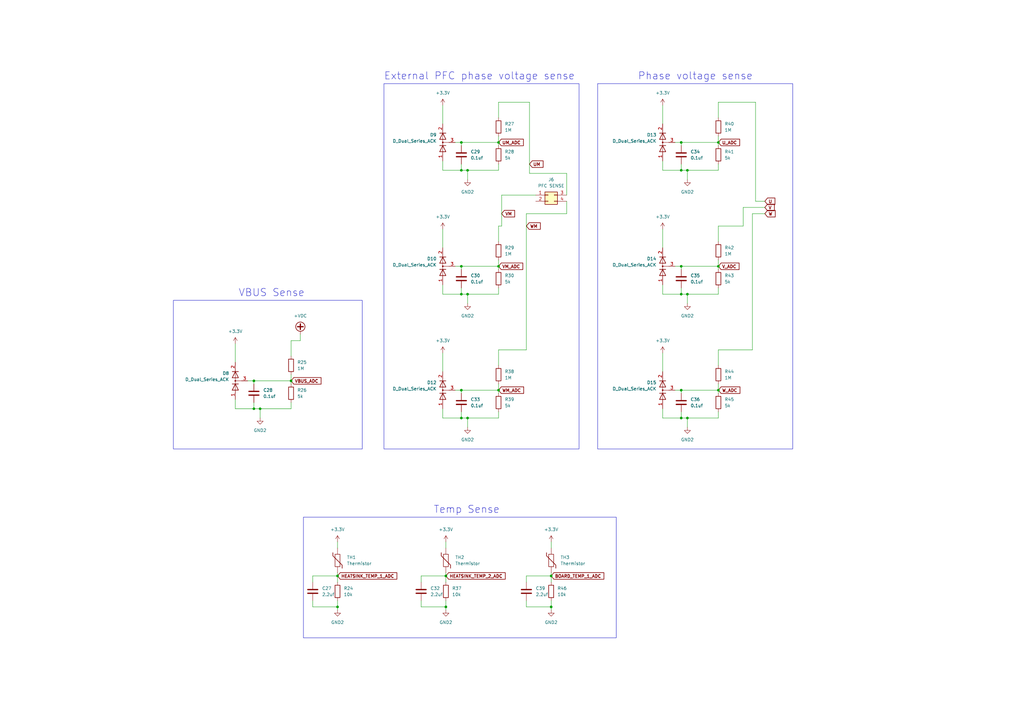
<source format=kicad_sch>
(kicad_sch (version 20231120) (generator "eeschema") (generator_version "8.0")
  (paper "A3")
  (lib_symbols
    (symbol "Connector_Generic:Conn_02x02_Top_Bottom" (pin_names (offset 1.016) hide)
      (property "Reference" "J" (at 1.27 2.54 0))
      (property "Value" "Conn_02x02_Top_Bottom" (at 1.27 -5.08 0))
      (symbol "Conn_02x02_Top_Bottom_1_1"
        (rectangle (start -1.27 -2.413) (end 0 -2.667) (stroke (width 0.1524)))
        (rectangle (start -1.27 0.127) (end 0 -0.127) (stroke (width 0.1524)))
        (rectangle (start -1.27 1.27) (end 3.81 -3.81) (stroke (width 0.254)) (fill (type background)))
        (rectangle (start 3.81 -2.413) (end 2.54 -2.667) (stroke (width 0.1524)))
        (rectangle (start 3.81 0.127) (end 2.54 -0.127) (stroke (width 0.1524)))
        (pin passive line (at -5.08 0 0) (length 3.81) (name "Pin_1") (number "1"))
        (pin passive line (at -5.08 -2.54 0) (length 3.81) (name "Pin_2") (number "2"))
        (pin passive line (at 7.62 0 180) (length 3.81) (name "Pin_3") (number "3"))
        (pin passive line (at 7.62 -2.54 180) (length 3.81) (name "Pin_4") (number "4"))
      )
    )
    (symbol "Device:C" (pin_numbers hide) (pin_names (offset 0.254))
      (property "Reference" "C" (at 0.635 2.54 0))
      (property "Value" "C" (at 0.635 -2.54 0))
      (symbol "C_0_1"
        (polyline (pts (xy -2.032 -0.762) (xy 2.032 -0.762)) (stroke (width 0.508)))
        (polyline (pts (xy -2.032 0.762) (xy 2.032 0.762)) (stroke (width 0.508)))
      )
      (symbol "C_1_1"
        (pin passive line (at 0 3.81 270) (length 2.794) (name "~") (number "1"))
        (pin passive line (at 0 -3.81 90) (length 2.794) (name "~") (number "2"))
      )
    )
    (symbol "Device:D_Dual_Series_AKC" (pin_names (offset 0.762) hide)
      (property "Reference" "D" (at 1.27 -2.54 0))
      (property "Value" "D_Dual_Series_AKC" (at 0 2.54 0))
      (symbol "D_Dual_Series_AKC_0_1"
        (polyline (pts (xy -3.81 0) (xy 3.81 0)))
        (polyline (pts (xy 0 0) (xy 0 -2.54)))
        (polyline (pts (xy 6.35 0) (xy 7.62 0)))
        (polyline (pts (xy -1.27 -1.27) (xy -1.27 1.27) (xy -1.27 1.27)) (stroke (width 0.254)))
        (polyline (pts (xy 3.81 1.27) (xy 3.81 -1.27) (xy 3.81 -1.27)) (stroke (width 0.254)))
        (polyline (pts (xy -3.81 1.27) (xy -1.27 0) (xy -3.81 -1.27) (xy -3.81 1.27) (xy -3.81 1.27) (xy -3.81 1.27)) (stroke (width 0.254)))
        (polyline (pts (xy 1.27 1.27) (xy 3.81 0) (xy 1.27 -1.27) (xy 1.27 1.27) (xy 1.27 1.27) (xy 1.27 1.27)) (stroke (width 0.254)))
        (circle (center 0 0) (radius 0.254) (fill (type outline)))
        (pin passive line (at -7.62 0 0) (length 3.81) (name "A") (number "1"))
        (pin passive line (at 7.62 0 180) (length 3.81) (name "K") (number "2"))
        (pin passive line (at 0 -5.08 90) (length 2.54) (name "common") (number "3"))
      )
    )
    (symbol "Device:R" (pin_numbers hide) (pin_names (offset 0))
      (property "Reference" "R" (at 2.032 0 90))
      (property "Value" "R" (at 0 0 90))
      (symbol "R_0_1"
        (rectangle (start -1.016 -2.54) (end 1.016 2.54) (stroke (width 0.254)))
      )
      (symbol "R_1_1"
        (pin passive line (at 0 3.81 270) (length 1.27) (name "~") (number "1"))
        (pin passive line (at 0 -3.81 90) (length 1.27) (name "~") (number "2"))
      )
    )
    (symbol "Device:Thermistor" (pin_numbers hide) (pin_names (offset 0))
      (property "Reference" "TH" (at 2.54 1.27 90))
      (property "Value" "Thermistor" (at -2.54 0 90))
      (symbol "Thermistor_0_1"
        (rectangle (start -1.016 2.54) (end 1.016 -2.54) (stroke (width 0.2032)))
        (polyline (pts (xy -1.905 3.175) (xy -1.905 1.905) (xy 1.905 -1.905) (xy 1.905 -3.175) (xy 1.905 -3.175)) (stroke (width 0.254)))
      )
      (symbol "Thermistor_1_1"
        (pin passive line (at 0 5.08 270) (length 2.54) (name "~") (number "1"))
        (pin passive line (at 0 -5.08 90) (length 2.54) (name "~") (number "2"))
      )
    )
    (symbol "power:+3.3V" (power) (pin_names (offset 0))
      (property "Value" "+3.3V" (at 0 3.556 0))
      (symbol "+3.3V_0_1"
        (polyline (pts (xy -0.762 1.27) (xy 0 2.54)))
        (polyline (pts (xy 0 0) (xy 0 2.54)))
        (polyline (pts (xy 0 2.54) (xy 0.762 1.27)))
      )
      (symbol "+3.3V_1_1"
        (pin power_in line (at 0 0 90) (length 0) hide (name "+3.3V") (number "1"))
      )
    )
    (symbol "power:+VDC" (power) (pin_names (offset 0))
      (property "Value" "+VDC" (at 0 6.35 0))
      (symbol "+VDC_0_1"
        (polyline (pts (xy -1.143 3.175) (xy 1.143 3.175)) (stroke (width 0.508)))
        (polyline (pts (xy 0 0) (xy 0 1.27)))
        (polyline (pts (xy 0 2.032) (xy 0 4.318)) (stroke (width 0.508)))
        (circle (center 0 3.175) (radius 1.905) (stroke (width 0.254)))
      )
      (symbol "+VDC_1_1"
        (pin power_in line (at 0 0 90) (length 0) hide (name "+VDC") (number "1"))
      )
    )
    (symbol "power:GND2" (power) (pin_names (offset 0))
      (property "Value" "GND2" (at 0 -3.81 0))
      (symbol "GND2_0_1"
        (polyline (pts (xy 0 0) (xy 0 -1.27) (xy 1.27 -1.27) (xy 0 -2.54) (xy -1.27 -1.27) (xy 0 -1.27)))
      )
      (symbol "GND2_1_1"
        (pin power_in line (at 0 0 270) (length 0) hide (name "GND2") (number "1"))
      )
    )
  )
  (junction (at 279.4 160.02))
  (junction (at 204.47 109.22))
  (junction (at 189.23 109.22))
  (junction (at 279.4 171.45))
  (junction (at 294.64 58.42))
  (junction (at 279.4 58.42))
  (junction (at 104.14 156.21))
  (junction (at 182.88 248.92))
  (junction (at 294.64 160.02))
  (junction (at 279.4 120.65))
  (junction (at 182.88 236.22))
  (junction (at 204.47 58.42))
  (junction (at 294.64 109.22))
  (junction (at 204.47 160.02))
  (junction (at 189.23 171.45))
  (junction (at 189.23 69.85))
  (junction (at 281.94 171.45))
  (junction (at 104.14 167.64))
  (junction (at 189.23 58.42))
  (junction (at 189.23 160.02))
  (junction (at 226.06 248.92))
  (junction (at 189.23 120.65))
  (junction (at 119.38 156.21))
  (junction (at 281.94 69.85))
  (junction (at 191.77 171.45))
  (junction (at 106.68 167.64))
  (junction (at 279.4 69.85))
  (junction (at 226.06 236.22))
  (junction (at 191.77 120.65))
  (junction (at 138.43 236.22))
  (junction (at 281.94 120.65))
  (junction (at 191.77 69.85))
  (junction (at 138.43 248.92))
  (junction (at 279.4 109.22))
  (wire (pts (xy 104.14 167.64) (xy 106.68 167.64)))
  (wire (pts (xy 204.47 161.29) (xy 204.47 160.02)))
  (wire (pts (xy 138.43 248.92) (xy 138.43 250.19)))
  (wire (pts (xy 128.27 246.38) (xy 128.27 248.92)))
  (wire (pts (xy 204.47 106.68) (xy 204.47 109.22)))
  (wire (pts (xy 294.64 118.11) (xy 294.64 120.65)))
  (wire (pts (xy 217.17 41.91) (xy 217.17 71.12)))
  (wire (pts (xy 215.9 248.92) (xy 226.06 248.92)))
  (wire (pts (xy 189.23 58.42) (xy 189.23 59.69)))
  (wire (pts (xy 279.4 168.91) (xy 279.4 171.45)))
  (wire (pts (xy 119.38 167.64) (xy 106.68 167.64)))
  (wire (pts (xy 204.47 55.88) (xy 204.47 58.42)))
  (wire (pts (xy 182.88 234.95) (xy 182.88 236.22)))
  (wire (pts (xy 204.47 59.69) (xy 204.47 58.42)))
  (wire (pts (xy 104.14 165.1) (xy 104.14 167.64)))
  (wire (pts (xy 204.47 41.91) (xy 217.17 41.91)))
  (wire (pts (xy 279.4 160.02) (xy 276.86 160.02)))
  (wire (pts (xy 294.64 120.65) (xy 281.94 120.65)))
  (wire (pts (xy 138.43 234.95) (xy 138.43 236.22)))
  (wire (pts (xy 204.47 67.31) (xy 204.47 69.85)))
  (wire (pts (xy 204.47 160.02) (xy 189.23 160.02)))
  (wire (pts (xy 172.72 246.38) (xy 172.72 248.92)))
  (wire (pts (xy 204.47 143.51) (xy 215.9 143.51)))
  (wire (pts (xy 182.88 238.76) (xy 182.88 236.22)))
  (wire (pts (xy 226.06 238.76) (xy 226.06 236.22)))
  (wire (pts (xy 309.88 41.91) (xy 309.88 82.55)))
  (wire (pts (xy 181.61 66.04) (xy 181.61 69.85)))
  (wire (pts (xy 181.61 171.45) (xy 189.23 171.45)))
  (wire (pts (xy 189.23 109.22) (xy 186.69 109.22)))
  (wire (pts (xy 232.41 87.63) (xy 232.41 82.55)))
  (wire (pts (xy 181.61 167.64) (xy 181.61 171.45)))
  (wire (pts (xy 294.64 110.49) (xy 294.64 109.22)))
  (wire (pts (xy 204.47 168.91) (xy 204.47 171.45)))
  (wire (pts (xy 96.52 167.64) (xy 104.14 167.64)))
  (wire (pts (xy 271.78 43.18) (xy 271.78 50.8)))
  (wire (pts (xy 189.23 58.42) (xy 186.69 58.42)))
  (wire (pts (xy 294.64 109.22) (xy 279.4 109.22)))
  (wire (pts (xy 294.64 157.48) (xy 294.64 160.02)))
  (wire (pts (xy 123.19 139.7) (xy 123.19 137.16)))
  (wire (pts (xy 232.41 71.12) (xy 217.17 71.12)))
  (wire (pts (xy 104.14 156.21) (xy 104.14 157.48)))
  (wire (pts (xy 294.64 161.29) (xy 294.64 160.02)))
  (wire (pts (xy 138.43 238.76) (xy 138.43 236.22)))
  (wire (pts (xy 294.64 149.86) (xy 294.64 143.51)))
  (wire (pts (xy 226.06 234.95) (xy 226.06 236.22)))
  (wire (pts (xy 96.52 163.83) (xy 96.52 167.64)))
  (wire (pts (xy 308.61 87.63) (xy 308.61 143.51)))
  (wire (pts (xy 279.4 69.85) (xy 281.94 69.85)))
  (wire (pts (xy 226.06 248.92) (xy 226.06 250.19)))
  (wire (pts (xy 189.23 109.22) (xy 189.23 110.49)))
  (wire (pts (xy 294.64 168.91) (xy 294.64 171.45)))
  (wire (pts (xy 104.14 156.21) (xy 101.6 156.21)))
  (wire (pts (xy 309.88 82.55) (xy 313.69 82.55)))
  (wire (pts (xy 215.9 246.38) (xy 215.9 248.92)))
  (wire (pts (xy 181.61 69.85) (xy 189.23 69.85)))
  (wire (pts (xy 189.23 160.02) (xy 186.69 160.02)))
  (wire (pts (xy 294.64 55.88) (xy 294.64 58.42)))
  (wire (pts (xy 271.78 167.64) (xy 271.78 171.45)))
  (wire (pts (xy 281.94 120.65) (xy 281.94 124.46)))
  (wire (pts (xy 279.4 118.11) (xy 279.4 120.65)))
  (wire (pts (xy 204.47 69.85) (xy 191.77 69.85)))
  (wire (pts (xy 279.4 171.45) (xy 281.94 171.45)))
  (wire (pts (xy 226.06 246.38) (xy 226.06 248.92)))
  (wire (pts (xy 279.4 160.02) (xy 279.4 161.29)))
  (wire (pts (xy 181.61 116.84) (xy 181.61 120.65)))
  (wire (pts (xy 204.47 120.65) (xy 191.77 120.65)))
  (wire (pts (xy 128.27 248.92) (xy 138.43 248.92)))
  (wire (pts (xy 172.72 248.92) (xy 182.88 248.92)))
  (wire (pts (xy 294.64 41.91) (xy 309.88 41.91)))
  (wire (pts (xy 182.88 222.25) (xy 182.88 224.79)))
  (wire (pts (xy 205.74 80.01) (xy 205.74 92.71)))
  (wire (pts (xy 232.41 80.01) (xy 232.41 71.12)))
  (wire (pts (xy 189.23 168.91) (xy 189.23 171.45)))
  (wire (pts (xy 204.47 149.86) (xy 204.47 143.51)))
  (wire (pts (xy 204.47 118.11) (xy 204.47 120.65)))
  (wire (pts (xy 281.94 171.45) (xy 281.94 175.26)))
  (wire (pts (xy 294.64 69.85) (xy 281.94 69.85)))
  (wire (pts (xy 138.43 236.22) (xy 128.27 236.22)))
  (wire (pts (xy 294.64 99.06) (xy 294.64 92.71)))
  (wire (pts (xy 279.4 109.22) (xy 276.86 109.22)))
  (wire (pts (xy 189.23 160.02) (xy 189.23 161.29)))
  (wire (pts (xy 271.78 93.98) (xy 271.78 101.6)))
  (wire (pts (xy 279.4 58.42) (xy 279.4 59.69)))
  (wire (pts (xy 172.72 236.22) (xy 172.72 238.76)))
  (wire (pts (xy 294.64 92.71) (xy 304.8 92.71)))
  (wire (pts (xy 181.61 93.98) (xy 181.61 101.6)))
  (wire (pts (xy 281.94 69.85) (xy 281.94 73.66)))
  (wire (pts (xy 204.47 99.06) (xy 204.47 92.71)))
  (wire (pts (xy 271.78 120.65) (xy 279.4 120.65)))
  (wire (pts (xy 271.78 66.04) (xy 271.78 69.85)))
  (wire (pts (xy 96.52 140.97) (xy 96.52 148.59)))
  (wire (pts (xy 304.8 92.71) (xy 304.8 85.09)))
  (wire (pts (xy 204.47 48.26) (xy 204.47 41.91)))
  (wire (pts (xy 304.8 85.09) (xy 313.69 85.09)))
  (wire (pts (xy 204.47 92.71) (xy 205.74 92.71)))
  (wire (pts (xy 215.9 87.63) (xy 232.41 87.63)))
  (wire (pts (xy 181.61 120.65) (xy 189.23 120.65)))
  (wire (pts (xy 313.69 87.63) (xy 308.61 87.63)))
  (wire (pts (xy 119.38 153.67) (xy 119.38 156.21)))
  (wire (pts (xy 182.88 248.92) (xy 182.88 250.19)))
  (wire (pts (xy 294.64 143.51) (xy 308.61 143.51)))
  (wire (pts (xy 189.23 120.65) (xy 191.77 120.65)))
  (wire (pts (xy 279.4 120.65) (xy 281.94 120.65)))
  (wire (pts (xy 271.78 116.84) (xy 271.78 120.65)))
  (wire (pts (xy 181.61 144.78) (xy 181.61 152.4)))
  (wire (pts (xy 119.38 157.48) (xy 119.38 156.21)))
  (wire (pts (xy 189.23 69.85) (xy 191.77 69.85)))
  (wire (pts (xy 182.88 246.38) (xy 182.88 248.92)))
  (wire (pts (xy 219.71 80.01) (xy 205.74 80.01)))
  (wire (pts (xy 138.43 222.25) (xy 138.43 224.79)))
  (wire (pts (xy 106.68 167.64) (xy 106.68 171.45)))
  (wire (pts (xy 204.47 109.22) (xy 189.23 109.22)))
  (wire (pts (xy 215.9 236.22) (xy 215.9 238.76)))
  (wire (pts (xy 119.38 139.7) (xy 123.19 139.7)))
  (wire (pts (xy 215.9 87.63) (xy 215.9 143.51)))
  (wire (pts (xy 226.06 222.25) (xy 226.06 224.79)))
  (wire (pts (xy 294.64 58.42) (xy 279.4 58.42)))
  (wire (pts (xy 204.47 171.45) (xy 191.77 171.45)))
  (wire (pts (xy 181.61 43.18) (xy 181.61 50.8)))
  (wire (pts (xy 294.64 160.02) (xy 279.4 160.02)))
  (wire (pts (xy 189.23 67.31) (xy 189.23 69.85)))
  (wire (pts (xy 204.47 58.42) (xy 189.23 58.42)))
  (wire (pts (xy 119.38 146.05) (xy 119.38 139.7)))
  (wire (pts (xy 294.64 59.69) (xy 294.64 58.42)))
  (wire (pts (xy 119.38 156.21) (xy 104.14 156.21)))
  (wire (pts (xy 279.4 58.42) (xy 276.86 58.42)))
  (wire (pts (xy 191.77 69.85) (xy 191.77 73.66)))
  (wire (pts (xy 279.4 67.31) (xy 279.4 69.85)))
  (wire (pts (xy 191.77 171.45) (xy 191.77 175.26)))
  (wire (pts (xy 294.64 48.26) (xy 294.64 41.91)))
  (wire (pts (xy 138.43 246.38) (xy 138.43 248.92)))
  (wire (pts (xy 204.47 110.49) (xy 204.47 109.22)))
  (wire (pts (xy 189.23 118.11) (xy 189.23 120.65)))
  (wire (pts (xy 204.47 157.48) (xy 204.47 160.02)))
  (wire (pts (xy 294.64 67.31) (xy 294.64 69.85)))
  (wire (pts (xy 271.78 69.85) (xy 279.4 69.85)))
  (wire (pts (xy 128.27 236.22) (xy 128.27 238.76)))
  (wire (pts (xy 294.64 171.45) (xy 281.94 171.45)))
  (wire (pts (xy 119.38 165.1) (xy 119.38 167.64)))
  (wire (pts (xy 191.77 120.65) (xy 191.77 124.46)))
  (wire (pts (xy 271.78 144.78) (xy 271.78 152.4)))
  (wire (pts (xy 271.78 171.45) (xy 279.4 171.45)))
  (wire (pts (xy 294.64 106.68) (xy 294.64 109.22)))
  (wire (pts (xy 189.23 171.45) (xy 191.77 171.45)))
  (wire (pts (xy 182.88 236.22) (xy 172.72 236.22)))
  (wire (pts (xy 279.4 109.22) (xy 279.4 110.49)))
  (wire (pts (xy 226.06 236.22) (xy 215.9 236.22)))
  (rectangle (start 71.12 123.19) (end 148.59 184.15))
  (rectangle (start 124.46 212.09) (end 252.73 261.62))
  (rectangle (start 157.48 34.29) (end 237.49 184.15))
  (rectangle (start 245.11 34.29) (end 325.12 184.15))
  (text "VBUS Sense" (at 97.79 121.92 0) (effects (font (size 3 3)) (justify left bottom)))
  (text "External PFC phase voltage sense" (at 157.48 33.02 0) (effects (font (size 3 3)) (justify left bottom)))
  (text "Phase voltage sense" (at 261.62 33.02 0) (effects (font (size 3 3)) (justify left bottom)))
  (text "Temp Sense" (at 177.8 210.82 0) (effects (font (size 3 3)) (justify left bottom)))
  (global_label "U_ADC" (shape input) (at 294.64 58.42 0) (effects (font (bold yes))) (property "Intersheetrefs" "${INTERSHEET_REFS}" (effects (hide yes))))
  (global_label "HEATSINK_TEMP_1_ADC" (shape input) (at 138.43 236.22 0) (effects (font (bold yes))) (property "Intersheetrefs" "${INTERSHEET_REFS}" (effects (hide yes))))
  (global_label "UM_ADC" (shape input) (at 204.47 58.42 0) (effects (font (bold yes))) (property "Intersheetrefs" "${INTERSHEET_REFS}" (effects (hide yes))))
  (global_label "HEATSINK_TEMP_2_ADC" (shape input) (at 182.88 236.22 0) (effects (font (bold yes))) (property "Intersheetrefs" "${INTERSHEET_REFS}" (effects (hide yes))))
  (global_label "V" (shape input) (at 313.69 85.09 0) (effects (font (bold yes))) (property "Intersheetrefs" "${INTERSHEET_REFS}" (effects (hide yes))))
  (global_label "WM" (shape input) (at 215.9 92.71 0) (effects (font (bold yes))) (property "Intersheetrefs" "${INTERSHEET_REFS}" (effects (hide yes))))
  (global_label "UM" (shape input) (at 217.17 67.31 0) (effects (font (bold yes))) (property "Intersheetrefs" "${INTERSHEET_REFS}" (effects (hide yes))))
  (global_label "W_ADC" (shape input) (at 294.64 160.02 0) (effects (font (bold yes))) (property "Intersheetrefs" "${INTERSHEET_REFS}" (effects (hide yes))))
  (global_label "VM_ADC" (shape input) (at 204.47 109.22 0) (effects (font (bold yes))) (property "Intersheetrefs" "${INTERSHEET_REFS}" (effects (hide yes))))
  (global_label "VM" (shape input) (at 205.74 87.63 0) (effects (font (bold yes))) (property "Intersheetrefs" "${INTERSHEET_REFS}" (effects (hide yes))))
  (global_label "WM_ADC" (shape input) (at 204.47 160.02 0) (effects (font (bold yes))) (property "Intersheetrefs" "${INTERSHEET_REFS}" (effects (hide yes))))
  (global_label "BOARD_TEMP_1_ADC" (shape input) (at 226.06 236.22 0) (effects (font (bold yes))) (property "Intersheetrefs" "${INTERSHEET_REFS}" (effects (hide yes))))
  (global_label "VBUS_ADC" (shape input) (at 119.38 156.21 0) (effects (font (bold yes))) (property "Intersheetrefs" "${INTERSHEET_REFS}" (effects (hide yes))))
  (global_label "W" (shape input) (at 313.69 87.63 0) (effects (font (bold yes))) (property "Intersheetrefs" "${INTERSHEET_REFS}" (effects (hide yes))))
  (global_label "U" (shape input) (at 313.69 82.55 0) (effects (font (bold yes))) (property "Intersheetrefs" "${INTERSHEET_REFS}" (effects (hide yes))))
  (global_label "V_ADC" (shape input) (at 294.64 109.22 0) (effects (font (bold yes))) (property "Intersheetrefs" "${INTERSHEET_REFS}" (effects (hide yes))))
  (symbol (lib_id "Device:C") (at 279.4 165.1 0) (unit 1)
    (property "Reference" "C36" (at 283.21 163.8299 0) (effects (justify left)))
    (property "Value" "0.1uf" (at 283.21 166.3699 0) (effects (justify left)))
    (property "Footprint" "Capacitor_SMD:C_0603_1608Metric" (effects (hide yes)))
  )
  (symbol (lib_id "Device:C") (at 128.27 242.57 0) (unit 1)
    (property "Reference" "C27" (at 132.08 241.2999 0) (effects (justify left)))
    (property "Value" "2.2uf" (at 132.08 243.8399 0) (effects (justify left)))
    (property "Footprint" "Capacitor_SMD:C_0603_1608Metric" (effects (hide yes)))
  )
  (symbol (lib_id "power:+3.3V") (at 181.61 93.98 0) (unit 1)
    (property "Reference" "#PWR056" (effects (hide yes)))
    (property "Value" "+3.3V" (at 181.61 88.9 0))
  )
  (symbol (lib_id "Device:R") (at 138.43 242.57 0) (unit 1)
    (property "Reference" "R24" (at 140.97 241.2999 0) (effects (justify left)))
    (property "Value" "10k" (at 140.97 243.8399 0) (effects (justify left)))
    (property "Footprint" "Resistor_SMD:R_0603_1608Metric" (effects (hide yes)))
  )
  (symbol (lib_id "power:GND2") (at 191.77 175.26 0) (unit 1)
    (property "Reference" "#PWR064" (effects (hide yes)))
    (property "Value" "GND2" (at 191.77 180.34 0))
  )
  (symbol (lib_id "Device:D_Dual_Series_AKC") (at 181.61 58.42 90) (unit 1)
    (property "Reference" "D9" (at 179.07 55.3084 90) (effects (justify left)))
    (property "Value" "D_Dual_Series_ACK" (at 179.07 57.8484 90) (effects (justify left)))
    (property "Footprint" "Package_TO_SOT_SMD:SOT-23" (effects (hide yes)))
  )
  (symbol (lib_id "Device:R") (at 204.47 114.3 0) (unit 1)
    (property "Reference" "R30" (at 207.01 113.0299 0) (effects (justify left)))
    (property "Value" "5k" (at 207.01 115.5699 0) (effects (justify left)))
    (property "Footprint" "Resistor_SMD:R_0603_1608Metric" (effects (hide yes)))
  )
  (symbol (lib_id "Connector_Generic:Conn_02x02_Top_Bottom") (at 224.79 80.01 0) (unit 1)
    (property "Reference" "J6" (at 226.06 73.66 0))
    (property "Value" "PFC SENSE" (at 226.06 76.2 0))
    (property "Footprint" "Connector_Molex:Molex_Mini-Fit_Jr_5569-04A2_2x02_P4.20mm_Horizontal" (effects (hide yes)))
  )
  (symbol (lib_id "power:GND2") (at 281.94 73.66 0) (unit 1)
    (property "Reference" "#PWR068" (effects (hide yes)))
    (property "Value" "GND2" (at 281.94 78.74 0))
  )
  (symbol (lib_id "Device:Thermistor") (at 226.06 229.87 0) (unit 1)
    (property "Reference" "TH3" (at 229.87 228.5999 0) (effects (justify left)))
    (property "Value" "Thermistor" (at 229.87 231.1399 0) (effects (justify left)))
    (property "Footprint" "Resistor_SMD:R_0603_1608Metric" (effects (hide yes)))
  )
  (symbol (lib_id "Device:D_Dual_Series_AKC") (at 271.78 160.02 90) (unit 1)
    (property "Reference" "D15" (at 269.24 156.9084 90) (effects (justify left)))
    (property "Value" "D_Dual_Series_ACK" (at 269.24 159.4484 90) (effects (justify left)))
    (property "Footprint" "Package_TO_SOT_SMD:SOT-23" (effects (hide yes)))
  )
  (symbol (lib_id "power:GND2") (at 182.88 250.19 0) (unit 1)
    (property "Reference" "#PWR061" (effects (hide yes)))
    (property "Value" "GND2" (at 182.88 255.27 0))
  )
  (symbol (lib_id "power:+3.3V") (at 271.78 43.18 0) (unit 1)
    (property "Reference" "#PWR065" (effects (hide yes)))
    (property "Value" "+3.3V" (at 271.78 38.1 0))
  )
  (symbol (lib_id "Device:C") (at 189.23 63.5 0) (unit 1)
    (property "Reference" "C29" (at 193.04 62.2299 0) (effects (justify left)))
    (property "Value" "0.1uf" (at 193.04 64.7699 0) (effects (justify left)))
    (property "Footprint" "Capacitor_SMD:C_0603_1608Metric" (effects (hide yes)))
  )
  (symbol (lib_id "power:+VDC") (at 123.19 137.16 0) (unit 1)
    (property "Reference" "#PWR051" (effects (hide yes)))
    (property "Value" "+VDC" (at 123.19 129.54 0))
  )
  (symbol (lib_id "Device:D_Dual_Series_AKC") (at 181.61 109.22 90) (unit 1)
    (property "Reference" "D10" (at 179.07 106.1084 90) (effects (justify left)))
    (property "Value" "D_Dual_Series_ACK" (at 179.07 108.6484 90) (effects (justify left)))
    (property "Footprint" "Package_TO_SOT_SMD:SOT-23" (effects (hide yes)))
  )
  (symbol (lib_id "Device:Thermistor") (at 138.43 229.87 0) (unit 1)
    (property "Reference" "TH1" (at 142.24 228.5999 0) (effects (justify left)))
    (property "Value" "Thermistor" (at 142.24 231.1399 0) (effects (justify left)))
    (property "Footprint" "Connector_PinHeader_2.54mm:PinHeader_1x02_P2.54mm_Vertical" (effects (hide yes)))
  )
  (symbol (lib_id "Device:R") (at 294.64 153.67 0) (unit 1)
    (property "Reference" "R44" (at 297.18 152.3999 0) (effects (justify left)))
    (property "Value" "1M" (at 297.18 154.9399 0) (effects (justify left)))
    (property "Footprint" "Resistor_THT:R_Axial_DIN0309_L9.0mm_D3.2mm_P12.70mm_Horizontal" (effects (hide yes)))
  )
  (symbol (lib_id "Device:R") (at 204.47 63.5 0) (unit 1)
    (property "Reference" "R28" (at 207.01 62.2299 0) (effects (justify left)))
    (property "Value" "5k" (at 207.01 64.7699 0) (effects (justify left)))
    (property "Footprint" "Resistor_SMD:R_0603_1608Metric" (effects (hide yes)))
  )
  (symbol (lib_id "power:GND2") (at 191.77 73.66 0) (unit 1)
    (property "Reference" "#PWR062" (effects (hide yes)))
    (property "Value" "GND2" (at 191.77 78.74 0))
  )
  (symbol (lib_id "Device:C") (at 279.4 114.3 0) (unit 1)
    (property "Reference" "C35" (at 283.21 113.0299 0) (effects (justify left)))
    (property "Value" "0.1uf" (at 283.21 115.5699 0) (effects (justify left)))
    (property "Footprint" "Capacitor_SMD:C_0603_1608Metric" (effects (hide yes)))
  )
  (symbol (lib_id "Device:R") (at 204.47 102.87 0) (unit 1)
    (property "Reference" "R29" (at 207.01 101.5999 0) (effects (justify left)))
    (property "Value" "1M" (at 207.01 104.1399 0) (effects (justify left)))
    (property "Footprint" "Resistor_THT:R_Axial_DIN0309_L9.0mm_D3.2mm_P12.70mm_Horizontal" (effects (hide yes)))
  )
  (symbol (lib_id "Device:R") (at 182.88 242.57 0) (unit 1)
    (property "Reference" "R37" (at 185.42 241.2999 0) (effects (justify left)))
    (property "Value" "10k" (at 185.42 243.8399 0) (effects (justify left)))
    (property "Footprint" "Resistor_SMD:R_0603_1608Metric" (effects (hide yes)))
  )
  (symbol (lib_id "Device:R") (at 294.64 63.5 0) (unit 1)
    (property "Reference" "R41" (at 297.18 62.2299 0) (effects (justify left)))
    (property "Value" "5k" (at 297.18 64.7699 0) (effects (justify left)))
    (property "Footprint" "Resistor_SMD:R_0603_1608Metric" (effects (hide yes)))
  )
  (symbol (lib_id "Device:D_Dual_Series_AKC") (at 271.78 58.42 90) (unit 1)
    (property "Reference" "D13" (at 269.24 55.3084 90) (effects (justify left)))
    (property "Value" "D_Dual_Series_ACK" (at 269.24 57.8484 90) (effects (justify left)))
    (property "Footprint" "Package_TO_SOT_SMD:SOT-23" (effects (hide yes)))
  )
  (symbol (lib_id "Device:R") (at 294.64 165.1 0) (unit 1)
    (property "Reference" "R45" (at 297.18 163.8299 0) (effects (justify left)))
    (property "Value" "5k" (at 297.18 166.3699 0) (effects (justify left)))
    (property "Footprint" "Resistor_SMD:R_0603_1608Metric" (effects (hide yes)))
  )
  (symbol (lib_id "Device:C") (at 172.72 242.57 0) (unit 1)
    (property "Reference" "C32" (at 176.53 241.2999 0) (effects (justify left)))
    (property "Value" "2.2uf" (at 176.53 243.8399 0) (effects (justify left)))
    (property "Footprint" "Capacitor_SMD:C_0603_1608Metric" (effects (hide yes)))
  )
  (symbol (lib_id "power:GND2") (at 226.06 250.19 0) (unit 1)
    (property "Reference" "#PWR071" (effects (hide yes)))
    (property "Value" "GND2" (at 226.06 255.27 0))
  )
  (symbol (lib_id "Device:D_Dual_Series_AKC") (at 96.52 156.21 90) (unit 1)
    (property "Reference" "D8" (at 93.98 153.0984 90) (effects (justify left)))
    (property "Value" "D_Dual_Series_ACK" (at 93.98 155.6384 90) (effects (justify left)))
    (property "Footprint" "Package_TO_SOT_SMD:SOT-23" (effects (hide yes)))
  )
  (symbol (lib_id "power:+3.3V") (at 96.52 140.97 0) (unit 1)
    (property "Reference" "#PWR049" (effects (hide yes)))
    (property "Value" "+3.3V" (at 96.52 135.89 0))
  )
  (symbol (lib_id "Device:R") (at 119.38 149.86 0) (unit 1)
    (property "Reference" "R25" (at 121.92 148.5899 0) (effects (justify left)))
    (property "Value" "1M" (at 121.92 151.1299 0) (effects (justify left)))
    (property "Footprint" "Resistor_THT:R_Axial_DIN0309_L9.0mm_D3.2mm_P12.70mm_Horizontal" (effects (hide yes)))
  )
  (symbol (lib_id "Device:C") (at 189.23 165.1 0) (unit 1)
    (property "Reference" "C33" (at 193.04 163.8299 0) (effects (justify left)))
    (property "Value" "0.1uf" (at 193.04 166.3699 0) (effects (justify left)))
    (property "Footprint" "Capacitor_SMD:C_0603_1608Metric" (effects (hide yes)))
  )
  (symbol (lib_id "power:GND2") (at 191.77 124.46 0) (unit 1)
    (property "Reference" "#PWR063" (effects (hide yes)))
    (property "Value" "GND2" (at 191.77 129.54 0))
  )
  (symbol (lib_id "power:GND2") (at 281.94 175.26 0) (unit 1)
    (property "Reference" "#PWR072" (effects (hide yes)))
    (property "Value" "GND2" (at 281.94 180.34 0))
  )
  (symbol (lib_id "power:GND2") (at 106.68 171.45 0) (unit 1)
    (property "Reference" "#PWR050" (effects (hide yes)))
    (property "Value" "GND2" (at 106.68 176.53 0))
  )
  (symbol (lib_id "Device:R") (at 204.47 52.07 0) (unit 1)
    (property "Reference" "R27" (at 207.01 50.7999 0) (effects (justify left)))
    (property "Value" "1M" (at 207.01 53.3399 0) (effects (justify left)))
    (property "Footprint" "Resistor_THT:R_Axial_DIN0309_L9.0mm_D3.2mm_P12.70mm_Horizontal" (effects (hide yes)))
  )
  (symbol (lib_id "Device:R") (at 226.06 242.57 0) (unit 1)
    (property "Reference" "R46" (at 228.6 241.2999 0) (effects (justify left)))
    (property "Value" "10k" (at 228.6 243.8399 0) (effects (justify left)))
    (property "Footprint" "Resistor_SMD:R_0603_1608Metric" (effects (hide yes)))
  )
  (symbol (lib_id "power:+3.3V") (at 271.78 144.78 0) (unit 1)
    (property "Reference" "#PWR067" (effects (hide yes)))
    (property "Value" "+3.3V" (at 271.78 139.7 0))
  )
  (symbol (lib_id "Device:C") (at 279.4 63.5 0) (unit 1)
    (property "Reference" "C34" (at 283.21 62.2299 0) (effects (justify left)))
    (property "Value" "0.1uf" (at 283.21 64.7699 0) (effects (justify left)))
    (property "Footprint" "Capacitor_SMD:C_0603_1608Metric" (effects (hide yes)))
  )
  (symbol (lib_id "Device:R") (at 204.47 153.67 0) (unit 1)
    (property "Reference" "R38" (at 207.01 152.3999 0) (effects (justify left)))
    (property "Value" "1M" (at 207.01 154.9399 0) (effects (justify left)))
    (property "Footprint" "Resistor_THT:R_Axial_DIN0309_L9.0mm_D3.2mm_P12.70mm_Horizontal" (effects (hide yes)))
  )
  (symbol (lib_id "Device:C") (at 189.23 114.3 0) (unit 1)
    (property "Reference" "C30" (at 193.04 113.0299 0) (effects (justify left)))
    (property "Value" "0.1uf" (at 193.04 115.5699 0) (effects (justify left)))
    (property "Footprint" "Capacitor_SMD:C_0603_1608Metric" (effects (hide yes)))
  )
  (symbol (lib_id "Device:D_Dual_Series_AKC") (at 181.61 160.02 90) (unit 1)
    (property "Reference" "D12" (at 179.07 156.9084 90) (effects (justify left)))
    (property "Value" "D_Dual_Series_ACK" (at 179.07 159.4484 90) (effects (justify left)))
    (property "Footprint" "Package_TO_SOT_SMD:SOT-23" (effects (hide yes)))
  )
  (symbol (lib_id "power:+3.3V") (at 181.61 43.18 0) (unit 1)
    (property "Reference" "#PWR055" (effects (hide yes)))
    (property "Value" "+3.3V" (at 181.61 38.1 0))
  )
  (symbol (lib_id "Device:D_Dual_Series_AKC") (at 271.78 109.22 90) (unit 1)
    (property "Reference" "D14" (at 269.24 106.1084 90) (effects (justify left)))
    (property "Value" "D_Dual_Series_ACK" (at 269.24 108.6484 90) (effects (justify left)))
    (property "Footprint" "Package_TO_SOT_SMD:SOT-23" (effects (hide yes)))
  )
  (symbol (lib_id "power:GND2") (at 138.43 250.19 0) (unit 1)
    (property "Reference" "#PWR054" (effects (hide yes)))
    (property "Value" "GND2" (at 138.43 255.27 0))
  )
  (symbol (lib_id "power:+3.3V") (at 226.06 222.25 0) (unit 1)
    (property "Reference" "#PWR070" (effects (hide yes)))
    (property "Value" "+3.3V" (at 226.06 217.17 0))
  )
  (symbol (lib_id "Device:R") (at 204.47 165.1 0) (unit 1)
    (property "Reference" "R39" (at 207.01 163.8299 0) (effects (justify left)))
    (property "Value" "5k" (at 207.01 166.3699 0) (effects (justify left)))
    (property "Footprint" "Resistor_SMD:R_0603_1608Metric" (effects (hide yes)))
  )
  (symbol (lib_id "power:+3.3V") (at 182.88 222.25 0) (unit 1)
    (property "Reference" "#PWR060" (effects (hide yes)))
    (property "Value" "+3.3V" (at 182.88 217.17 0))
  )
  (symbol (lib_id "Device:C") (at 215.9 242.57 0) (unit 1)
    (property "Reference" "C39" (at 219.71 241.2999 0) (effects (justify left)))
    (property "Value" "2.2uf" (at 219.71 243.8399 0) (effects (justify left)))
    (property "Footprint" "Capacitor_SMD:C_0603_1608Metric" (effects (hide yes)))
  )
  (symbol (lib_id "power:+3.3V") (at 181.61 144.78 0) (unit 1)
    (property "Reference" "#PWR057" (effects (hide yes)))
    (property "Value" "+3.3V" (at 181.61 139.7 0))
  )
  (symbol (lib_id "power:+3.3V") (at 271.78 93.98 0) (unit 1)
    (property "Reference" "#PWR066" (effects (hide yes)))
    (property "Value" "+3.3V" (at 271.78 88.9 0))
  )
  (symbol (lib_id "Device:R") (at 294.64 52.07 0) (unit 1)
    (property "Reference" "R40" (at 297.18 50.7999 0) (effects (justify left)))
    (property "Value" "1M" (at 297.18 53.3399 0) (effects (justify left)))
    (property "Footprint" "Resistor_THT:R_Axial_DIN0309_L9.0mm_D3.2mm_P12.70mm_Horizontal" (effects (hide yes)))
  )
  (symbol (lib_id "Device:Thermistor") (at 182.88 229.87 0) (unit 1)
    (property "Reference" "TH2" (at 186.69 228.5999 0) (effects (justify left)))
    (property "Value" "Thermistor" (at 186.69 231.1399 0) (effects (justify left)))
    (property "Footprint" "Connector_PinHeader_2.54mm:PinHeader_1x02_P2.54mm_Vertical" (effects (hide yes)))
  )
  (symbol (lib_id "Device:R") (at 294.64 102.87 0) (unit 1)
    (property "Reference" "R42" (at 297.18 101.5999 0) (effects (justify left)))
    (property "Value" "1M" (at 297.18 104.1399 0) (effects (justify left)))
    (property "Footprint" "Resistor_THT:R_Axial_DIN0309_L9.0mm_D3.2mm_P12.70mm_Horizontal" (effects (hide yes)))
  )
  (symbol (lib_id "Device:C") (at 104.14 161.29 0) (unit 1)
    (property "Reference" "C28" (at 107.95 160.0199 0) (effects (justify left)))
    (property "Value" "0.1uf" (at 107.95 162.5599 0) (effects (justify left)))
    (property "Footprint" "Capacitor_SMD:C_0603_1608Metric" (effects (hide yes)))
  )
  (symbol (lib_id "Device:R") (at 119.38 161.29 0) (unit 1)
    (property "Reference" "R26" (at 121.92 160.0199 0) (effects (justify left)))
    (property "Value" "5k" (at 121.92 162.5599 0) (effects (justify left)))
    (property "Footprint" "Resistor_SMD:R_0603_1608Metric" (effects (hide yes)))
  )
  (symbol (lib_id "power:+3.3V") (at 138.43 222.25 0) (unit 1)
    (property "Reference" "#PWR053" (effects (hide yes)))
    (property "Value" "+3.3V" (at 138.43 217.17 0))
  )
  (symbol (lib_id "Device:R") (at 294.64 114.3 0) (unit 1)
    (property "Reference" "R43" (at 297.18 113.0299 0) (effects (justify left)))
    (property "Value" "5k" (at 297.18 115.5699 0) (effects (justify left)))
    (property "Footprint" "Resistor_SMD:R_0603_1608Metric" (effects (hide yes)))
  )
  (symbol (lib_id "power:GND2") (at 281.94 124.46 0) (unit 1)
    (property "Reference" "#PWR069" (effects (hide yes)))
    (property "Value" "GND2" (at 281.94 129.54 0))
  )
)
</source>
